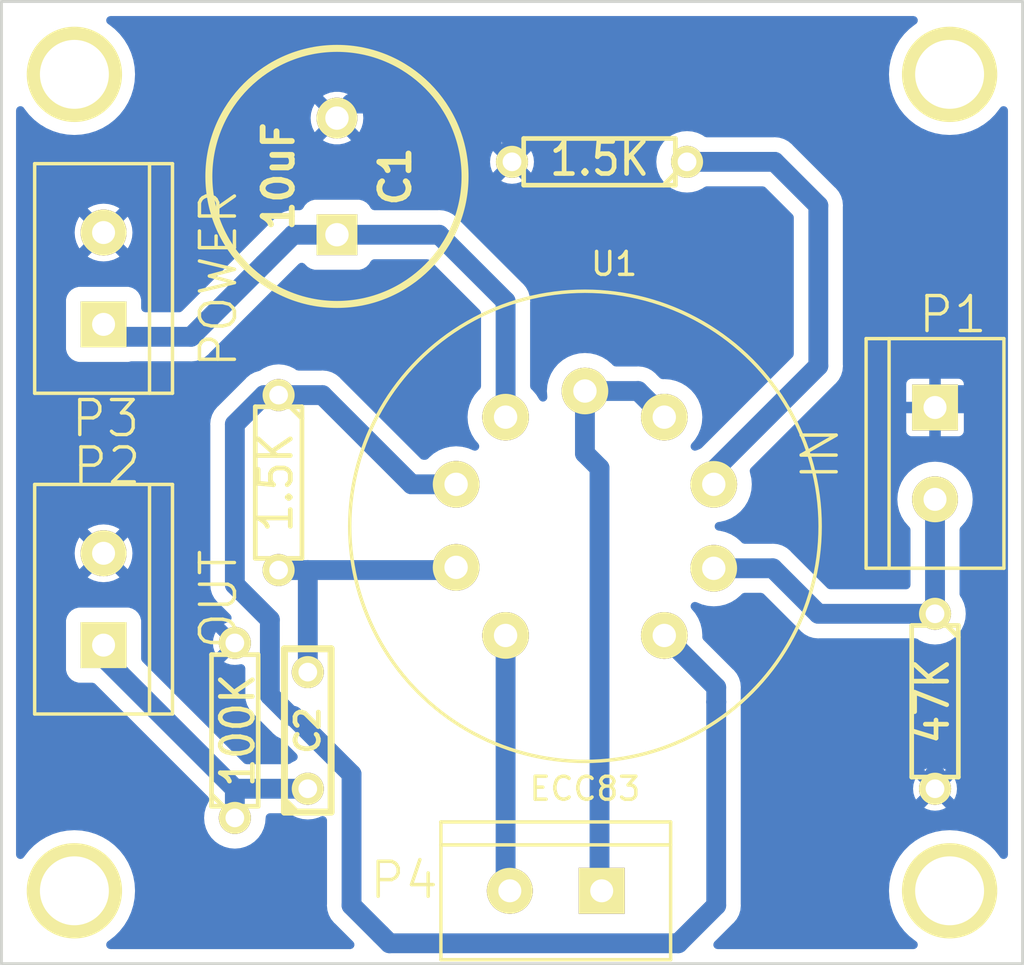
<source format=kicad_pcb>
(kicad_pcb (version 20221018) (generator pcbnew)
  (layers (0 "F.Cu" signal "Composant") (31 "B.Cu" signal "Cuivre") (34 "B.Paste" user) (35 "F.Paste" user) (36 "B.SilkS" user "B.Silkscreen") (37 "F.SilkS" user "F.Silkscreen") (38 "B.Mask" user) (39 "F.Mask" user) (44 "Edge.Cuts" user))
  (net 0 "")
  (net 1 "GND")
  (net 2 "Net-(C1-Pad1)")
  (net 3 "Net-(C2-Pad1)")
  (net 4 "Net-(C2-Pad2)")
  (net 5 "Net-(P1-Pad2)")
  (net 6 "Net-(P4-Pad1)")
  (net 7 "Net-(P4-Pad2)")
  (net 8 "Net-(R1-Pad1)")
  (net 9 "Net-(R2-Pad1)")
  (net 10 "Net-(P5-Pad1)")
  (net 11 "Net-(P6-Pad1)")
  (net 12 "Net-(P7-Pad1)")
  (net 13 "Net-(P8-Pad1)")
  (footprint "discret:C2V10" (layer "F.Cu") (at 138.43 98.425 90)
    (fp_text reference "C1" (at 0 2.54 90) (layer "F.SilkS") (effects (font (size 1.27 1.27) (thickness 0.254))))
    (fp_text value "10uF" (at 0 -2.54 90) (layer "F.SilkS") (effects (font (size 1.27 1.27) (thickness 0.254))))
    (fp_circle (center 0 0) (end 4.826 -2.794) (stroke (width 0.3048)) (fill none) (layer "F.SilkS"))
    (pad "1" thru_hole rect (at -2.54 0 90) (size 1.778 1.778) (drill 1.016) (layers "*.Cu" "*.Mask" "F.SilkS") (net 2 "Net-(C1-Pad1)"))
    (pad "2" thru_hole circle (at 2.54 0 90) (size 1.778 1.778) (drill 1.016) (layers "*.Cu" "*.Mask" "F.SilkS") (net 1 "GND"))
  )
  (footprint "discret:C2" (layer "F.Cu") (at 137.16 122.555 90)
    (fp_text reference "C2" (at 0 0 90) (layer "F.SilkS") (effects (font (size 1.016 1.016) (thickness 0.2032))))
    (fp_text value "680nF" hide)
    (fp_line (start -3.556 -1.016) (end 3.556 -1.016) (stroke (width 0.3048)) (layer "F.SilkS"))
    (fp_line (start -3.556 -0.508) (end -3.048 -1.016) (stroke (width 0.3048)) (layer "F.SilkS"))
    (fp_line (start -3.556 1.016) (end -3.556 -1.016) (stroke (width 0.3048)) (layer "F.SilkS"))
    (fp_line (start 3.556 -1.016) (end 3.556 1.016) (stroke (width 0.3048)) (layer "F.SilkS"))
    (fp_line (start 3.556 1.016) (end -3.556 1.016) (stroke (width 0.3048)) (layer "F.SilkS"))
    (pad "1" thru_hole circle (at -2.54 0 90) (size 1.397 1.397) (drill 0.8128) (layers "*.Cu" "*.Mask" "F.SilkS") (net 3 "Net-(C2-Pad1)"))
    (pad "2" thru_hole circle (at 2.54 0 90) (size 1.397 1.397) (drill 0.8128) (layers "*.Cu" "*.Mask" "F.SilkS") (net 4 "Net-(C2-Pad2)"))
  )
  (footprint "connect:bornier2" (layer "F.Cu") (at 164.465 110.49 -90)
    (fp_text reference "P1" (at -6.05 -0.775) (layer "F.SilkS") (effects (font (size 1.524 1.524))))
    (fp_text value "IN" (at 0 5 270) (layer "F.SilkS") (effects (font (size 1.524 1.524))))
    (fp_line (start -5 -3) (end -5 3) (stroke (width 0.15)) (layer "F.SilkS"))
    (fp_line (start -5 3) (end 5 3) (stroke (width 0.15)) (layer "F.SilkS"))
    (fp_line (start 5 -3) (end -5 -3) (stroke (width 0.15)) (layer "F.SilkS"))
    (fp_line (start 5 2) (end -5 2) (stroke (width 0.15)) (layer "F.SilkS"))
    (fp_line (start 5 3) (end 5 -3) (stroke (width 0.15)) (layer "F.SilkS"))
    (pad "1" thru_hole rect (at -2 0 270) (size 2 2) (drill 1) (layers "*.Cu" "*.Mask" "F.SilkS") (net 1 "GND"))
    (pad "2" thru_hole circle (at 2 0 270) (size 2 2) (drill 1) (layers "*.Cu" "*.Mask" "F.SilkS") (net 5 "Net-(P1-Pad2)"))
  )
  (footprint "connect:bornier2" (layer "F.Cu") (at 128.27 116.84 90)
    (fp_text reference "P2" (at 5.81 0.14 180) (layer "F.SilkS") (effects (font (size 1.524 1.524))))
    (fp_text value "OUT" (at 0 5 90) (layer "F.SilkS") (effects (font (size 1.524 1.524))))
    (fp_line (start -5 -3) (end -5 3) (stroke (width 0.15)) (layer "F.SilkS"))
    (fp_line (start -5 3) (end 5 3) (stroke (width 0.15)) (layer "F.SilkS"))
    (fp_line (start 5 -3) (end -5 -3) (stroke (width 0.15)) (layer "F.SilkS"))
    (fp_line (start 5 2) (end -5 2) (stroke (width 0.15)) (layer "F.SilkS"))
    (fp_line (start 5 3) (end 5 -3) (stroke (width 0.15)) (layer "F.SilkS"))
    (pad "1" thru_hole rect (at -2 0 90) (size 2 2) (drill 1) (layers "*.Cu" "*.Mask" "F.SilkS") (net 3 "Net-(C2-Pad1)"))
    (pad "2" thru_hole circle (at 2 0 90) (size 2 2) (drill 1) (layers "*.Cu" "*.Mask" "F.SilkS") (net 1 "GND"))
  )
  (footprint "connect:bornier2" (layer "F.Cu") (at 128.27 102.87 90)
    (fp_text reference "P3" (at -6.1 0.09 180) (layer "F.SilkS") (effects (font (size 1.524 1.524))))
    (fp_text value "POWER" (at 0 5 90) (layer "F.SilkS") (effects (font (size 1.524 1.524))))
    (fp_line (start -5 -3) (end -5 3) (stroke (width 0.15)) (layer "F.SilkS"))
    (fp_line (start -5 3) (end 5 3) (stroke (width 0.15)) (layer "F.SilkS"))
    (fp_line (start 5 -3) (end -5 -3) (stroke (width 0.15)) (layer "F.SilkS"))
    (fp_line (start 5 2) (end -5 2) (stroke (width 0.15)) (layer "F.SilkS"))
    (fp_line (start 5 3) (end 5 -3) (stroke (width 0.15)) (layer "F.SilkS"))
    (pad "1" thru_hole rect (at -2 0 90) (size 2 2) (drill 1) (layers "*.Cu" "*.Mask" "F.SilkS") (net 2 "Net-(C1-Pad1)"))
    (pad "2" thru_hole circle (at 2 0 90) (size 2 2) (drill 1) (layers "*.Cu" "*.Mask" "F.SilkS") (net 1 "GND"))
  )
  (footprint "connect:bornier2" (layer "F.Cu") (at 147.955 129.54 180)
    (fp_text reference "P4" (at 6.605 0.46 180) (layer "F.SilkS") (effects (font (size 1.524 1.524))))
    (fp_text value "CONN_2" hide)
    (fp_line (start -5 -3) (end -5 3) (stroke (width 0.15)) (layer "F.SilkS"))
    (fp_line (start -5 3) (end 5 3) (stroke (width 0.15)) (layer "F.SilkS"))
    (fp_line (start 5 -3) (end -5 -3) (stroke (width 0.15)) (layer "F.SilkS"))
    (fp_line (start 5 2) (end -5 2) (stroke (width 0.15)) (layer "F.SilkS"))
    (fp_line (start 5 3) (end 5 -3) (stroke (width 0.15)) (layer "F.SilkS"))
    (pad "1" thru_hole rect (at -2 0 180) (size 2 2) (drill 1) (layers "*.Cu" "*.Mask" "F.SilkS") (net 6 "Net-(P4-Pad1)"))
    (pad "2" thru_hole circle (at 2 0 180) (size 2 2) (drill 1) (layers "*.Cu" "*.Mask" "F.SilkS") (net 7 "Net-(P4-Pad2)"))
  )
  (footprint "connect:1pin" (layer "F.Cu") (at 127 93.98)
    (fp_text reference "P5" hide)
    (fp_text value "CONN_1" hide)
    (fp_circle (center 0 0) (end 0 -2) (stroke (width 0.15)) (fill none) (layer "F.SilkS"))
    (pad "1" thru_hole circle (at 0 0) (size 4 4) (drill 3) (layers "*.Cu" "*.Mask" "F.SilkS") (net 10 "Net-(P5-Pad1)"))
  )
  (footprint "connect:1pin" (layer "F.Cu") (at 165.1 93.98)
    (fp_text reference "P6" hide)
    (fp_text value "CONN_1" hide)
    (fp_circle (center 0 0) (end 0 -2) (stroke (width 0.15)) (fill none) (layer "F.SilkS"))
    (pad "1" thru_hole circle (at 0 0) (size 4 4) (drill 3) (layers "*.Cu" "*.Mask" "F.SilkS") (net 11 "Net-(P6-Pad1)"))
  )
  (footprint "connect:1pin" (layer "F.Cu") (at 165.1 129.54)
    (fp_text reference "P7" hide)
    (fp_text value "CONN_1" hide)
    (fp_circle (center 0 0) (end 0 -2) (stroke (width 0.15)) (fill none) (layer "F.SilkS"))
    (pad "1" thru_hole circle (at 0 0) (size 4 4) (drill 3) (layers "*.Cu" "*.Mask" "F.SilkS") (net 12 "Net-(P7-Pad1)"))
  )
  (footprint "connect:1pin" (layer "F.Cu") (at 127 129.54)
    (fp_text reference "P8" hide)
    (fp_text value "CONN_1" hide)
    (fp_circle (center 0 0) (end 0 -2) (stroke (width 0.15)) (fill none) (layer "F.SilkS"))
    (pad "1" thru_hole circle (at 0 0) (size 4 4) (drill 3) (layers "*.Cu" "*.Mask" "F.SilkS") (net 13 "Net-(P8-Pad1)"))
  )
  (footprint "discret:R3" (layer "F.Cu") (at 135.89 111.76 -90)
    (fp_text reference "R1" hide)
    (fp_text value "1.5K" (at 0 0.127 270) (layer "F.SilkS") (effects (font (size 1.397 1.27) (thickness 0.2032))))
    (fp_line (start -3.81 0) (end -3.302 0) (stroke (width 0.2032)) (layer "F.SilkS"))
    (fp_line (start -3.302 -1.016) (end -3.302 1.016) (stroke (width 0.2032)) (layer "F.SilkS"))
    (fp_line (start -3.302 -0.508) (end -2.794 -1.016) (stroke (width 0.2032)) (layer "F.SilkS"))
    (fp_line (start -3.302 1.016) (end 3.302 1.016) (stroke (width 0.2032)) (layer "F.SilkS"))
    (fp_line (start 3.302 -1.016) (end -3.302 -1.016) (stroke (width 0.2032)) (layer "F.SilkS"))
    (fp_line (start 3.302 0) (end 3.302 -1.016) (stroke (width 0.2032)) (layer "F.SilkS"))
    (fp_line (start 3.302 1.016) (end 3.302 0) (stroke (width 0.2032)) (layer "F.SilkS"))
    (fp_line (start 3.81 0) (end 3.302 0) (stroke (width 0.2032)) (layer "F.SilkS"))
    (pad "1" thru_hole circle (at -3.81 0 270) (size 1.397 1.397) (drill 0.8128) (layers "*.Cu" "*.Mask" "F.SilkS") (net 8 "Net-(R1-Pad1)"))
    (pad "2" thru_hole circle (at 3.81 0 270) (size 1.397 1.397) (drill 0.8128) (layers "*.Cu" "*.Mask" "F.SilkS") (net 4 "Net-(C2-Pad2)"))
  )
  (footprint "discret:R3" (layer "F.Cu") (at 149.86 97.79 180)
    (fp_text reference "R2" hide)
    (fp_text value "1.5K" (at 0 0.127 180) (layer "F.SilkS") (effects (font (size 1.397 1.27) (thickness 0.2032))))
    (fp_line (start -3.81 0) (end -3.302 0) (stroke (width 0.2032)) (layer "F.SilkS"))
    (fp_line (start -3.302 -1.016) (end -3.302 1.016) (stroke (width 0.2032)) (layer "F.SilkS"))
    (fp_line (start -3.302 -0.508) (end -2.794 -1.016) (stroke (width 0.2032)) (layer "F.SilkS"))
    (fp_line (start -3.302 1.016) (end 3.302 1.016) (stroke (width 0.2032)) (layer "F.SilkS"))
    (fp_line (start 3.302 -1.016) (end -3.302 -1.016) (stroke (width 0.2032)) (layer "F.SilkS"))
    (fp_line (start 3.302 0) (end 3.302 -1.016) (stroke (width 0.2032)) (layer "F.SilkS"))
    (fp_line (start 3.302 1.016) (end 3.302 0) (stroke (width 0.2032)) (layer "F.SilkS"))
    (fp_line (start 3.81 0) (end 3.302 0) (stroke (width 0.2032)) (layer "F.SilkS"))
    (pad "1" thru_hole circle (at -3.81 0 180) (size 1.397 1.397) (drill 0.8128) (layers "*.Cu" "*.Mask" "F.SilkS") (net 9 "Net-(R2-Pad1)"))
    (pad "2" thru_hole circle (at 3.81 0 180) (size 1.397 1.397) (drill 0.8128) (layers "*.Cu" "*.Mask" "F.SilkS") (net 1 "GND"))
  )
  (footprint "discret:R3" (layer "F.Cu") (at 133.985 122.555 90)
    (fp_text reference "R3" hide)
    (fp_text value "100K" (at 0 0.127 90) (layer "F.SilkS") (effects (font (size 1.397 1.27) (thickness 0.2032))))
    (fp_line (start -3.81 0) (end -3.302 0) (stroke (width 0.2032)) (layer "F.SilkS"))
    (fp_line (start -3.302 -1.016) (end -3.302 1.016) (stroke (width 0.2032)) (layer "F.SilkS"))
    (fp_line (start -3.302 -0.508) (end -2.794 -1.016) (stroke (width 0.2032)) (layer "F.SilkS"))
    (fp_line (start -3.302 1.016) (end 3.302 1.016) (stroke (width 0.2032)) (layer "F.SilkS"))
    (fp_line (start 3.302 -1.016) (end -3.302 -1.016) (stroke (width 0.2032)) (layer "F.SilkS"))
    (fp_line (start 3.302 0) (end 3.302 -1.016) (stroke (width 0.2032)) (layer "F.SilkS"))
    (fp_line (start 3.302 1.016) (end 3.302 0) (stroke (width 0.2032)) (layer "F.SilkS"))
    (fp_line (start 3.81 0) (end 3.302 0) (stroke (width 0.2032)) (layer "F.SilkS"))
    (pad "1" thru_hole circle (at -3.81 0 90) (size 1.397 1.397) (drill 0.8128) (layers "*.Cu" "*.Mask" "F.SilkS") (net 3 "Net-(C2-Pad1)"))
    (pad "2" thru_hole circle (at 3.81 0 90) (size 1.397 1.397) (drill 0.8128) (layers "*.Cu" "*.Mask" "F.SilkS") (net 1 "GND"))
  )
  (footprint "discret:R3" (layer "F.Cu") (at 164.465 121.285 -90)
    (fp_text reference "R4" hide)
    (fp_text value "47K" (at 0 0.127 270) (layer "F.SilkS") (effects (font (size 1.397 1.27) (thickness 0.2032))))
    (fp_line (start -3.81 0) (end -3.302 0) (stroke (width 0.2032)) (layer "F.SilkS"))
    (fp_line (start -3.302 -1.016) (end -3.302 1.016) (stroke (width 0.2032)) (layer "F.SilkS"))
    (fp_line (start -3.302 -0.508) (end -2.794 -1.016) (stroke (width 0.2032)) (layer "F.SilkS"))
    (fp_line (start -3.302 1.016) (end 3.302 1.016) (stroke (width 0.2032)) (layer "F.SilkS"))
    (fp_line (start 3.302 -1.016) (end -3.302 -1.016) (stroke (width 0.2032)) (layer "F.SilkS"))
    (fp_line (start 3.302 0) (end 3.302 -1.016) (stroke (width 0.2032)) (layer "F.SilkS"))
    (fp_line (start 3.302 1.016) (end 3.302 0) (stroke (width 0.2032)) (layer "F.SilkS"))
    (fp_line (start 3.81 0) (end 3.302 0) (stroke (width 0.2032)) (layer "F.SilkS"))
    (pad "1" thru_hole circle (at -3.81 0 270) (size 1.397 1.397) (drill 0.8128) (layers "*.Cu" "*.Mask" "F.SilkS") (net 5 "Net-(P1-Pad2)"))
    (pad "2" thru_hole circle (at 3.81 0 270) (size 1.397 1.397) (drill 0.8128) (layers "*.Cu" "*.Mask" "F.SilkS") (net 1 "GND"))
  )
  (footprint "Valves:VALVE-ECC-83-1" (layer "F.Cu") (at 149.225 113.665)
    (fp_text reference "U1" (at 1.27 -11.43) (layer "F.SilkS"))
    (fp_text value "ECC83" (at 0 11.43) (layer "F.SilkS"))
    (fp_circle (center 0 0) (end 10.16 1.27) (stroke (width 0.15)) (fill none) (layer "F.SilkS"))
    (pad "1" thru_hole circle (at 3.4544 4.75488) (size 2.032 2.032) (drill 1.016) (layers "*.Cu" "*.Mask" "F.SilkS") (net 8 "Net-(R1-Pad1)"))
    (pad "2" thru_hole circle (at 5.60832 1.8288) (size 2.032 2.032) (drill 1.016) (layers "*.Cu" "*.Mask" "F.SilkS") (net 5 "Net-(P1-Pad2)"))
    (pad "3" thru_hole circle (at 5.60832 -1.8288) (size 2.032 2.032) (drill 1.016) (layers "*.Cu" "*.Mask" "F.SilkS") (net 9 "Net-(R2-Pad1)"))
    (pad "4" thru_hole circle (at 3.4544 -4.75488) (size 2.032 2.032) (drill 1.016) (layers "*.Cu" "*.Mask" "F.SilkS") (net 6 "Net-(P4-Pad1)"))
    (pad "5" thru_hole circle (at 0 -5.8928) (size 2.032 2.032) (drill 1.016) (layers "*.Cu" "*.Mask" "F.SilkS") (net 6 "Net-(P4-Pad1)"))
    (pad "6" thru_hole circle (at -3.4544 -4.75488) (size 2.032 2.032) (drill 1.016) (layers "*.Cu" "*.Mask" "F.SilkS") (net 2 "Net-(C1-Pad1)"))
    (pad "7" thru_hole circle (at -5.60832 -1.8288) (size 2.032 2.032) (drill 1.016) (layers "*.Cu" "*.Mask" "F.SilkS") (net 8 "Net-(R1-Pad1)"))
    (pad "8" thru_hole circle (at -5.60832 1.78816) (size 2.032 2.032) (drill 1.016) (layers "*.Cu" "*.Mask" "F.SilkS") (net 4 "Net-(C2-Pad2)"))
    (pad "9" thru_hole circle (at -3.4544 4.75488) (size 2.032 2.032) (drill 1.016) (layers "*.Cu" "*.Mask" "F.SilkS") (net 7 "Net-(P4-Pad2)"))
  )
  (gr_line (start 123.825 90.805) (end 123.825 132.715) (stroke (width 0.127)) (layer "Edge.Cuts"))
  (gr_line (start 168.275 90.805) (end 123.825 90.805) (stroke (width 0.127)) (layer "Edge.Cuts"))
  (gr_line (start 168.275 90.805) (end 168.275 132.715) (stroke (width 0.127)) (layer "Edge.Cuts"))
  (gr_line (start 123.825 132.715) (end 168.275 132.715) (stroke (width 0.127)) (layer "Edge.Cuts"))
  (segment (start 139.065 95.25) (end 142.24 95.25) (width 0.8636) (layer "B.Cu") (net 1))
  (segment (start 164.465 125.095) (end 164.465 124.46) (width 0.8636) (layer "B.Cu") (net 1))
  (segment (start 146.05 97.79) (end 146.05 95.25) (width 0.8636) (layer "B.Cu") (net 1))
  (segment (start 142.24 95.25) (end 146.05 95.25) (width 0.8636) (layer "B.Cu") (net 1))
  (segment (start 138.43 95.885) (end 139.065 95.25) (width 0.8636) (layer "B.Cu") (net 1))
  (segment (start 164.465 107.95) (end 165.735 107.95) (width 0.8636) (layer "B.Cu") (net 1))
  (segment (start 138.43 100.965) (end 136.525 100.965) (width 0.8636) (layer "B.Cu") (net 2))
  (segment (start 132.08 105.41) (end 135.255 102.235) (width 0.8636) (layer "B.Cu") (net 2))
  (segment (start 145.7706 103.8606) (end 142.875 100.965) (width 0.8636) (layer "B.Cu") (net 2))
  (segment (start 145.7706 108.91012) (end 145.7706 103.8606) (width 0.8636) (layer "B.Cu") (net 2))
  (segment (start 128.27 105.41) (end 132.08 105.41) (width 0.8636) (layer "B.Cu") (net 2))
  (segment (start 136.525 100.965) (end 135.255 102.235) (width 0.8636) (layer "B.Cu") (net 2))
  (segment (start 142.875 100.965) (end 138.43 100.965) (width 0.8636) (layer "B.Cu") (net 2))
  (segment (start 133.985 126.365) (end 133.985 125.095) (width 0.8636) (layer "B.Cu") (net 3))
  (segment (start 137.16 125.095) (end 133.985 125.095) (width 0.8636) (layer "B.Cu") (net 3))
  (segment (start 133.985 125.095) (end 128.27 119.38) (width 0.8636) (layer "B.Cu") (net 3))
  (segment (start 137.16 115.57) (end 143.49984 115.57) (width 0.8636) (layer "B.Cu") (net 4))
  (segment (start 135.89 115.57) (end 137.16 115.57) (width 0.8636) (layer "B.Cu") (net 4))
  (segment (start 143.49984 115.57) (end 143.61668 115.45316) (width 0.8636) (layer "B.Cu") (net 4))
  (segment (start 137.16 120.015) (end 137.16 115.57) (width 0.8636) (layer "B.Cu") (net 4))
  (segment (start 159.385 117.475) (end 164.465 117.475) (width 0.8636) (layer "B.Cu") (net 5))
  (segment (start 157.4038 115.4938) (end 159.385 117.475) (width 0.8636) (layer "B.Cu") (net 5))
  (segment (start 154.83332 115.4938) (end 157.4038 115.4938) (width 0.8636) (layer "B.Cu") (net 5))
  (segment (start 164.465 117.475) (end 164.465 113.03) (width 0.8636) (layer "B.Cu") (net 5))
  (segment (start 149.86 128.905) (end 150.495 129.54) (width 0.8636) (layer "B.Cu") (net 6))
  (segment (start 149.225 110.49) (end 149.86 111.125) (width 0.8636) (layer "B.Cu") (net 6))
  (segment (start 149.86 111.125) (end 149.86 128.905) (width 0.8636) (layer "B.Cu") (net 6))
  (segment (start 151.54148 107.7722) (end 152.6794 108.91012) (width 0.8636) (layer "B.Cu") (net 6))
  (segment (start 149.225 107.7722) (end 151.54148 107.7722) (width 0.8636) (layer "B.Cu") (net 6))
  (segment (start 149.225 107.7722) (end 149.225 110.49) (width 0.8636) (layer "B.Cu") (net 6))
  (segment (start 145.7706 118.41988) (end 145.7706 129.1844) (width 0.8636) (layer "B.Cu") (net 7))
  (segment (start 145.7706 129.1844) (end 145.415 129.54) (width 0.8636) (layer "B.Cu") (net 7))
  (segment (start 140.335 131.445) (end 140.716 131.826) (width 0.8636) (layer "B.Cu") (net 8))
  (segment (start 154.94 121.31548) (end 154.94 121.31548) (width 0.8636) (layer "B.Cu") (net 8))
  (segment (start 136.525 121.92) (end 139.065 124.46) (width 0.8636) (layer "B.Cu") (net 8))
  (segment (start 135.509 117.729) (end 133.985 116.205) (width 0.8636) (layer "B.Cu") (net 8))
  (segment (start 154.94 130.175) (end 154.94 121.31548) (width 0.8636) (layer "B.Cu") (net 8))
  (segment (start 154.94 120.68048) (end 152.6794 118.41988) (width 0.8636) (layer "B.Cu") (net 8))
  (segment (start 139.065 124.46) (end 139.065 130.175) (width 0.8636) (layer "B.Cu") (net 8))
  (segment (start 139.065 130.175) (end 140.335 131.445) (width 0.8636) (layer "B.Cu") (net 8))
  (segment (start 135.509 121.031) (end 135.509 117.729) (width 0.8636) (layer "B.Cu") (net 8))
  (segment (start 136.525 121.92) (end 136.398 121.92) (width 0.8636) (layer "B.Cu") (net 8))
  (segment (start 135.89 107.95) (end 135.255 107.95) (width 0.8636) (layer "B.Cu") (net 8))
  (segment (start 140.716 131.826) (end 153.289 131.826) (width 0.8636) (layer "B.Cu") (net 8))
  (segment (start 133.985 109.22) (end 133.985 116.205) (width 0.8636) (layer "B.Cu") (net 8))
  (segment (start 135.89 107.95) (end 137.795 107.95) (width 0.8636) (layer "B.Cu") (net 8))
  (segment (start 153.289 131.826) (end 154.94 130.175) (width 0.8636) (layer "B.Cu") (net 8))
  (segment (start 154.94 121.31548) (end 154.94 120.68048) (width 0.8636) (layer "B.Cu") (net 8))
  (segment (start 136.398 121.92) (end 135.509 121.031) (width 0.8636) (layer "B.Cu") (net 8))
  (segment (start 135.255 107.95) (end 133.985 109.22) (width 0.8636) (layer "B.Cu") (net 8))
  (segment (start 141.6812 111.8362) (end 137.795 107.95) (width 0.8636) (layer "B.Cu") (net 8))
  (segment (start 143.61668 111.8362) (end 141.6812 111.8362) (width 0.8636) (layer "B.Cu") (net 8))
  (segment (start 159.385 106.68) (end 159.385 99.695) (width 0.8636) (layer "B.Cu") (net 9))
  (segment (start 154.83332 111.8362) (end 154.83332 111.23168) (width 0.8636) (layer "B.Cu") (net 9))
  (segment (start 153.67 97.79) (end 157.48 97.79) (width 0.8636) (layer "B.Cu") (net 9))
  (segment (start 157.48 97.79) (end 159.385 99.695) (width 0.8636) (layer "B.Cu") (net 9))
  (segment (start 154.83332 111.23168) (end 159.385 106.68) (width 0.8636) (layer "B.Cu") (net 9))
  (zone (net 1) (net_name "GND") (layer "B.Cu") (connect_pads (clearance 0.635)) (min_thickness 0.381) (fill yes (thermal_gap 0.254) (thermal_bridge_width 0.50038))
    (polygon (pts (xy 167.64 132.08) (xy 167.64 91.44) (xy 124.46 91.44) (xy 124.46 132.08)))
  )
)
</source>
